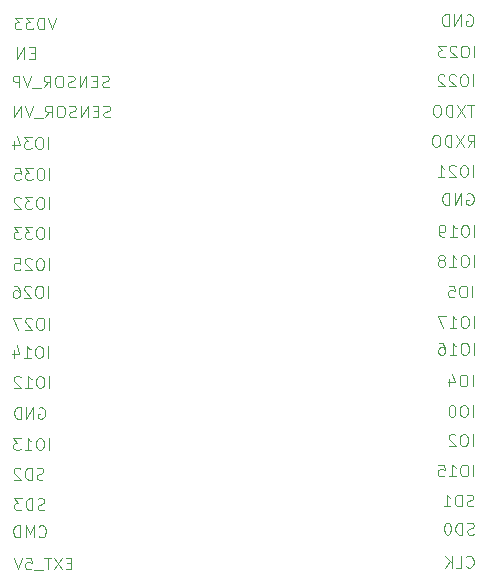
<source format=gbr>
%TF.GenerationSoftware,KiCad,Pcbnew,9.0.2*%
%TF.CreationDate,2025-07-05T23:34:38+05:30*%
%TF.ProjectId,_autosave-esp32devkitclone,5f617574-6f73-4617-9665-2d6573703332,rev?*%
%TF.SameCoordinates,Original*%
%TF.FileFunction,Legend,Bot*%
%TF.FilePolarity,Positive*%
%FSLAX46Y46*%
G04 Gerber Fmt 4.6, Leading zero omitted, Abs format (unit mm)*
G04 Created by KiCad (PCBNEW 9.0.2) date 2025-07-05 23:34:38*
%MOMM*%
%LPD*%
G01*
G04 APERTURE LIST*
%ADD10C,0.100000*%
G04 APERTURE END LIST*
D10*
X166896115Y-95212419D02*
X166896115Y-94212419D01*
X166229449Y-94212419D02*
X166038973Y-94212419D01*
X166038973Y-94212419D02*
X165943735Y-94260038D01*
X165943735Y-94260038D02*
X165848497Y-94355276D01*
X165848497Y-94355276D02*
X165800878Y-94545752D01*
X165800878Y-94545752D02*
X165800878Y-94879085D01*
X165800878Y-94879085D02*
X165848497Y-95069561D01*
X165848497Y-95069561D02*
X165943735Y-95164800D01*
X165943735Y-95164800D02*
X166038973Y-95212419D01*
X166038973Y-95212419D02*
X166229449Y-95212419D01*
X166229449Y-95212419D02*
X166324687Y-95164800D01*
X166324687Y-95164800D02*
X166419925Y-95069561D01*
X166419925Y-95069561D02*
X166467544Y-94879085D01*
X166467544Y-94879085D02*
X166467544Y-94545752D01*
X166467544Y-94545752D02*
X166419925Y-94355276D01*
X166419925Y-94355276D02*
X166324687Y-94260038D01*
X166324687Y-94260038D02*
X166229449Y-94212419D01*
X165467544Y-94212419D02*
X164848497Y-94212419D01*
X164848497Y-94212419D02*
X165181830Y-94593371D01*
X165181830Y-94593371D02*
X165038973Y-94593371D01*
X165038973Y-94593371D02*
X164943735Y-94640990D01*
X164943735Y-94640990D02*
X164896116Y-94688609D01*
X164896116Y-94688609D02*
X164848497Y-94783847D01*
X164848497Y-94783847D02*
X164848497Y-95021942D01*
X164848497Y-95021942D02*
X164896116Y-95117180D01*
X164896116Y-95117180D02*
X164943735Y-95164800D01*
X164943735Y-95164800D02*
X165038973Y-95212419D01*
X165038973Y-95212419D02*
X165324687Y-95212419D01*
X165324687Y-95212419D02*
X165419925Y-95164800D01*
X165419925Y-95164800D02*
X165467544Y-95117180D01*
X163991354Y-94545752D02*
X163991354Y-95212419D01*
X164229449Y-94164800D02*
X164467544Y-94879085D01*
X164467544Y-94879085D02*
X163848497Y-94879085D01*
X166976115Y-102852419D02*
X166976115Y-101852419D01*
X166309449Y-101852419D02*
X166118973Y-101852419D01*
X166118973Y-101852419D02*
X166023735Y-101900038D01*
X166023735Y-101900038D02*
X165928497Y-101995276D01*
X165928497Y-101995276D02*
X165880878Y-102185752D01*
X165880878Y-102185752D02*
X165880878Y-102519085D01*
X165880878Y-102519085D02*
X165928497Y-102709561D01*
X165928497Y-102709561D02*
X166023735Y-102804800D01*
X166023735Y-102804800D02*
X166118973Y-102852419D01*
X166118973Y-102852419D02*
X166309449Y-102852419D01*
X166309449Y-102852419D02*
X166404687Y-102804800D01*
X166404687Y-102804800D02*
X166499925Y-102709561D01*
X166499925Y-102709561D02*
X166547544Y-102519085D01*
X166547544Y-102519085D02*
X166547544Y-102185752D01*
X166547544Y-102185752D02*
X166499925Y-101995276D01*
X166499925Y-101995276D02*
X166404687Y-101900038D01*
X166404687Y-101900038D02*
X166309449Y-101852419D01*
X165547544Y-101852419D02*
X164928497Y-101852419D01*
X164928497Y-101852419D02*
X165261830Y-102233371D01*
X165261830Y-102233371D02*
X165118973Y-102233371D01*
X165118973Y-102233371D02*
X165023735Y-102280990D01*
X165023735Y-102280990D02*
X164976116Y-102328609D01*
X164976116Y-102328609D02*
X164928497Y-102423847D01*
X164928497Y-102423847D02*
X164928497Y-102661942D01*
X164928497Y-102661942D02*
X164976116Y-102757180D01*
X164976116Y-102757180D02*
X165023735Y-102804800D01*
X165023735Y-102804800D02*
X165118973Y-102852419D01*
X165118973Y-102852419D02*
X165404687Y-102852419D01*
X165404687Y-102852419D02*
X165499925Y-102804800D01*
X165499925Y-102804800D02*
X165547544Y-102757180D01*
X164595163Y-101852419D02*
X163976116Y-101852419D01*
X163976116Y-101852419D02*
X164309449Y-102233371D01*
X164309449Y-102233371D02*
X164166592Y-102233371D01*
X164166592Y-102233371D02*
X164071354Y-102280990D01*
X164071354Y-102280990D02*
X164023735Y-102328609D01*
X164023735Y-102328609D02*
X163976116Y-102423847D01*
X163976116Y-102423847D02*
X163976116Y-102661942D01*
X163976116Y-102661942D02*
X164023735Y-102757180D01*
X164023735Y-102757180D02*
X164071354Y-102804800D01*
X164071354Y-102804800D02*
X164166592Y-102852419D01*
X164166592Y-102852419D02*
X164452306Y-102852419D01*
X164452306Y-102852419D02*
X164547544Y-102804800D01*
X164547544Y-102804800D02*
X164595163Y-102757180D01*
X168826115Y-130298609D02*
X168492782Y-130298609D01*
X168349925Y-130822419D02*
X168826115Y-130822419D01*
X168826115Y-130822419D02*
X168826115Y-129822419D01*
X168826115Y-129822419D02*
X168349925Y-129822419D01*
X168016591Y-129822419D02*
X167349925Y-130822419D01*
X167349925Y-129822419D02*
X168016591Y-130822419D01*
X167111829Y-129822419D02*
X166540401Y-129822419D01*
X166826115Y-130822419D02*
X166826115Y-129822419D01*
X166445163Y-130917657D02*
X165683258Y-130917657D01*
X164968972Y-129822419D02*
X165445162Y-129822419D01*
X165445162Y-129822419D02*
X165492781Y-130298609D01*
X165492781Y-130298609D02*
X165445162Y-130250990D01*
X165445162Y-130250990D02*
X165349924Y-130203371D01*
X165349924Y-130203371D02*
X165111829Y-130203371D01*
X165111829Y-130203371D02*
X165016591Y-130250990D01*
X165016591Y-130250990D02*
X164968972Y-130298609D01*
X164968972Y-130298609D02*
X164921353Y-130393847D01*
X164921353Y-130393847D02*
X164921353Y-130631942D01*
X164921353Y-130631942D02*
X164968972Y-130727180D01*
X164968972Y-130727180D02*
X165016591Y-130774800D01*
X165016591Y-130774800D02*
X165111829Y-130822419D01*
X165111829Y-130822419D02*
X165349924Y-130822419D01*
X165349924Y-130822419D02*
X165445162Y-130774800D01*
X165445162Y-130774800D02*
X165492781Y-130727180D01*
X164635638Y-129822419D02*
X164302305Y-130822419D01*
X164302305Y-130822419D02*
X163968972Y-129822419D01*
X202332306Y-99020038D02*
X202427544Y-98972419D01*
X202427544Y-98972419D02*
X202570401Y-98972419D01*
X202570401Y-98972419D02*
X202713258Y-99020038D01*
X202713258Y-99020038D02*
X202808496Y-99115276D01*
X202808496Y-99115276D02*
X202856115Y-99210514D01*
X202856115Y-99210514D02*
X202903734Y-99400990D01*
X202903734Y-99400990D02*
X202903734Y-99543847D01*
X202903734Y-99543847D02*
X202856115Y-99734323D01*
X202856115Y-99734323D02*
X202808496Y-99829561D01*
X202808496Y-99829561D02*
X202713258Y-99924800D01*
X202713258Y-99924800D02*
X202570401Y-99972419D01*
X202570401Y-99972419D02*
X202475163Y-99972419D01*
X202475163Y-99972419D02*
X202332306Y-99924800D01*
X202332306Y-99924800D02*
X202284687Y-99877180D01*
X202284687Y-99877180D02*
X202284687Y-99543847D01*
X202284687Y-99543847D02*
X202475163Y-99543847D01*
X201856115Y-99972419D02*
X201856115Y-98972419D01*
X201856115Y-98972419D02*
X201284687Y-99972419D01*
X201284687Y-99972419D02*
X201284687Y-98972419D01*
X200808496Y-99972419D02*
X200808496Y-98972419D01*
X200808496Y-98972419D02*
X200570401Y-98972419D01*
X200570401Y-98972419D02*
X200427544Y-99020038D01*
X200427544Y-99020038D02*
X200332306Y-99115276D01*
X200332306Y-99115276D02*
X200284687Y-99210514D01*
X200284687Y-99210514D02*
X200237068Y-99400990D01*
X200237068Y-99400990D02*
X200237068Y-99543847D01*
X200237068Y-99543847D02*
X200284687Y-99734323D01*
X200284687Y-99734323D02*
X200332306Y-99829561D01*
X200332306Y-99829561D02*
X200427544Y-99924800D01*
X200427544Y-99924800D02*
X200570401Y-99972419D01*
X200570401Y-99972419D02*
X200808496Y-99972419D01*
X202906115Y-110372419D02*
X202906115Y-109372419D01*
X202239449Y-109372419D02*
X202048973Y-109372419D01*
X202048973Y-109372419D02*
X201953735Y-109420038D01*
X201953735Y-109420038D02*
X201858497Y-109515276D01*
X201858497Y-109515276D02*
X201810878Y-109705752D01*
X201810878Y-109705752D02*
X201810878Y-110039085D01*
X201810878Y-110039085D02*
X201858497Y-110229561D01*
X201858497Y-110229561D02*
X201953735Y-110324800D01*
X201953735Y-110324800D02*
X202048973Y-110372419D01*
X202048973Y-110372419D02*
X202239449Y-110372419D01*
X202239449Y-110372419D02*
X202334687Y-110324800D01*
X202334687Y-110324800D02*
X202429925Y-110229561D01*
X202429925Y-110229561D02*
X202477544Y-110039085D01*
X202477544Y-110039085D02*
X202477544Y-109705752D01*
X202477544Y-109705752D02*
X202429925Y-109515276D01*
X202429925Y-109515276D02*
X202334687Y-109420038D01*
X202334687Y-109420038D02*
X202239449Y-109372419D01*
X200858497Y-110372419D02*
X201429925Y-110372419D01*
X201144211Y-110372419D02*
X201144211Y-109372419D01*
X201144211Y-109372419D02*
X201239449Y-109515276D01*
X201239449Y-109515276D02*
X201334687Y-109610514D01*
X201334687Y-109610514D02*
X201429925Y-109658133D01*
X200525163Y-109372419D02*
X199858497Y-109372419D01*
X199858497Y-109372419D02*
X200287068Y-110372419D01*
X166473734Y-123184800D02*
X166330877Y-123232419D01*
X166330877Y-123232419D02*
X166092782Y-123232419D01*
X166092782Y-123232419D02*
X165997544Y-123184800D01*
X165997544Y-123184800D02*
X165949925Y-123137180D01*
X165949925Y-123137180D02*
X165902306Y-123041942D01*
X165902306Y-123041942D02*
X165902306Y-122946704D01*
X165902306Y-122946704D02*
X165949925Y-122851466D01*
X165949925Y-122851466D02*
X165997544Y-122803847D01*
X165997544Y-122803847D02*
X166092782Y-122756228D01*
X166092782Y-122756228D02*
X166283258Y-122708609D01*
X166283258Y-122708609D02*
X166378496Y-122660990D01*
X166378496Y-122660990D02*
X166426115Y-122613371D01*
X166426115Y-122613371D02*
X166473734Y-122518133D01*
X166473734Y-122518133D02*
X166473734Y-122422895D01*
X166473734Y-122422895D02*
X166426115Y-122327657D01*
X166426115Y-122327657D02*
X166378496Y-122280038D01*
X166378496Y-122280038D02*
X166283258Y-122232419D01*
X166283258Y-122232419D02*
X166045163Y-122232419D01*
X166045163Y-122232419D02*
X165902306Y-122280038D01*
X165473734Y-123232419D02*
X165473734Y-122232419D01*
X165473734Y-122232419D02*
X165235639Y-122232419D01*
X165235639Y-122232419D02*
X165092782Y-122280038D01*
X165092782Y-122280038D02*
X164997544Y-122375276D01*
X164997544Y-122375276D02*
X164949925Y-122470514D01*
X164949925Y-122470514D02*
X164902306Y-122660990D01*
X164902306Y-122660990D02*
X164902306Y-122803847D01*
X164902306Y-122803847D02*
X164949925Y-122994323D01*
X164949925Y-122994323D02*
X164997544Y-123089561D01*
X164997544Y-123089561D02*
X165092782Y-123184800D01*
X165092782Y-123184800D02*
X165235639Y-123232419D01*
X165235639Y-123232419D02*
X165473734Y-123232419D01*
X164521353Y-122327657D02*
X164473734Y-122280038D01*
X164473734Y-122280038D02*
X164378496Y-122232419D01*
X164378496Y-122232419D02*
X164140401Y-122232419D01*
X164140401Y-122232419D02*
X164045163Y-122280038D01*
X164045163Y-122280038D02*
X163997544Y-122327657D01*
X163997544Y-122327657D02*
X163949925Y-122422895D01*
X163949925Y-122422895D02*
X163949925Y-122518133D01*
X163949925Y-122518133D02*
X163997544Y-122660990D01*
X163997544Y-122660990D02*
X164568972Y-123232419D01*
X164568972Y-123232419D02*
X163949925Y-123232419D01*
X166966115Y-115462419D02*
X166966115Y-114462419D01*
X166299449Y-114462419D02*
X166108973Y-114462419D01*
X166108973Y-114462419D02*
X166013735Y-114510038D01*
X166013735Y-114510038D02*
X165918497Y-114605276D01*
X165918497Y-114605276D02*
X165870878Y-114795752D01*
X165870878Y-114795752D02*
X165870878Y-115129085D01*
X165870878Y-115129085D02*
X165918497Y-115319561D01*
X165918497Y-115319561D02*
X166013735Y-115414800D01*
X166013735Y-115414800D02*
X166108973Y-115462419D01*
X166108973Y-115462419D02*
X166299449Y-115462419D01*
X166299449Y-115462419D02*
X166394687Y-115414800D01*
X166394687Y-115414800D02*
X166489925Y-115319561D01*
X166489925Y-115319561D02*
X166537544Y-115129085D01*
X166537544Y-115129085D02*
X166537544Y-114795752D01*
X166537544Y-114795752D02*
X166489925Y-114605276D01*
X166489925Y-114605276D02*
X166394687Y-114510038D01*
X166394687Y-114510038D02*
X166299449Y-114462419D01*
X164918497Y-115462419D02*
X165489925Y-115462419D01*
X165204211Y-115462419D02*
X165204211Y-114462419D01*
X165204211Y-114462419D02*
X165299449Y-114605276D01*
X165299449Y-114605276D02*
X165394687Y-114700514D01*
X165394687Y-114700514D02*
X165489925Y-114748133D01*
X164537544Y-114557657D02*
X164489925Y-114510038D01*
X164489925Y-114510038D02*
X164394687Y-114462419D01*
X164394687Y-114462419D02*
X164156592Y-114462419D01*
X164156592Y-114462419D02*
X164061354Y-114510038D01*
X164061354Y-114510038D02*
X164013735Y-114557657D01*
X164013735Y-114557657D02*
X163966116Y-114652895D01*
X163966116Y-114652895D02*
X163966116Y-114748133D01*
X163966116Y-114748133D02*
X164013735Y-114890990D01*
X164013735Y-114890990D02*
X164585163Y-115462419D01*
X164585163Y-115462419D02*
X163966116Y-115462419D01*
X202274687Y-130577180D02*
X202322306Y-130624800D01*
X202322306Y-130624800D02*
X202465163Y-130672419D01*
X202465163Y-130672419D02*
X202560401Y-130672419D01*
X202560401Y-130672419D02*
X202703258Y-130624800D01*
X202703258Y-130624800D02*
X202798496Y-130529561D01*
X202798496Y-130529561D02*
X202846115Y-130434323D01*
X202846115Y-130434323D02*
X202893734Y-130243847D01*
X202893734Y-130243847D02*
X202893734Y-130100990D01*
X202893734Y-130100990D02*
X202846115Y-129910514D01*
X202846115Y-129910514D02*
X202798496Y-129815276D01*
X202798496Y-129815276D02*
X202703258Y-129720038D01*
X202703258Y-129720038D02*
X202560401Y-129672419D01*
X202560401Y-129672419D02*
X202465163Y-129672419D01*
X202465163Y-129672419D02*
X202322306Y-129720038D01*
X202322306Y-129720038D02*
X202274687Y-129767657D01*
X201369925Y-130672419D02*
X201846115Y-130672419D01*
X201846115Y-130672419D02*
X201846115Y-129672419D01*
X201036591Y-130672419D02*
X201036591Y-129672419D01*
X200465163Y-130672419D02*
X200893734Y-130100990D01*
X200465163Y-129672419D02*
X201036591Y-130243847D01*
X166072306Y-117140038D02*
X166167544Y-117092419D01*
X166167544Y-117092419D02*
X166310401Y-117092419D01*
X166310401Y-117092419D02*
X166453258Y-117140038D01*
X166453258Y-117140038D02*
X166548496Y-117235276D01*
X166548496Y-117235276D02*
X166596115Y-117330514D01*
X166596115Y-117330514D02*
X166643734Y-117520990D01*
X166643734Y-117520990D02*
X166643734Y-117663847D01*
X166643734Y-117663847D02*
X166596115Y-117854323D01*
X166596115Y-117854323D02*
X166548496Y-117949561D01*
X166548496Y-117949561D02*
X166453258Y-118044800D01*
X166453258Y-118044800D02*
X166310401Y-118092419D01*
X166310401Y-118092419D02*
X166215163Y-118092419D01*
X166215163Y-118092419D02*
X166072306Y-118044800D01*
X166072306Y-118044800D02*
X166024687Y-117997180D01*
X166024687Y-117997180D02*
X166024687Y-117663847D01*
X166024687Y-117663847D02*
X166215163Y-117663847D01*
X165596115Y-118092419D02*
X165596115Y-117092419D01*
X165596115Y-117092419D02*
X165024687Y-118092419D01*
X165024687Y-118092419D02*
X165024687Y-117092419D01*
X164548496Y-118092419D02*
X164548496Y-117092419D01*
X164548496Y-117092419D02*
X164310401Y-117092419D01*
X164310401Y-117092419D02*
X164167544Y-117140038D01*
X164167544Y-117140038D02*
X164072306Y-117235276D01*
X164072306Y-117235276D02*
X164024687Y-117330514D01*
X164024687Y-117330514D02*
X163977068Y-117520990D01*
X163977068Y-117520990D02*
X163977068Y-117663847D01*
X163977068Y-117663847D02*
X164024687Y-117854323D01*
X164024687Y-117854323D02*
X164072306Y-117949561D01*
X164072306Y-117949561D02*
X164167544Y-118044800D01*
X164167544Y-118044800D02*
X164310401Y-118092419D01*
X164310401Y-118092419D02*
X164548496Y-118092419D01*
X202866115Y-122952419D02*
X202866115Y-121952419D01*
X202199449Y-121952419D02*
X202008973Y-121952419D01*
X202008973Y-121952419D02*
X201913735Y-122000038D01*
X201913735Y-122000038D02*
X201818497Y-122095276D01*
X201818497Y-122095276D02*
X201770878Y-122285752D01*
X201770878Y-122285752D02*
X201770878Y-122619085D01*
X201770878Y-122619085D02*
X201818497Y-122809561D01*
X201818497Y-122809561D02*
X201913735Y-122904800D01*
X201913735Y-122904800D02*
X202008973Y-122952419D01*
X202008973Y-122952419D02*
X202199449Y-122952419D01*
X202199449Y-122952419D02*
X202294687Y-122904800D01*
X202294687Y-122904800D02*
X202389925Y-122809561D01*
X202389925Y-122809561D02*
X202437544Y-122619085D01*
X202437544Y-122619085D02*
X202437544Y-122285752D01*
X202437544Y-122285752D02*
X202389925Y-122095276D01*
X202389925Y-122095276D02*
X202294687Y-122000038D01*
X202294687Y-122000038D02*
X202199449Y-121952419D01*
X200818497Y-122952419D02*
X201389925Y-122952419D01*
X201104211Y-122952419D02*
X201104211Y-121952419D01*
X201104211Y-121952419D02*
X201199449Y-122095276D01*
X201199449Y-122095276D02*
X201294687Y-122190514D01*
X201294687Y-122190514D02*
X201389925Y-122238133D01*
X199913735Y-121952419D02*
X200389925Y-121952419D01*
X200389925Y-121952419D02*
X200437544Y-122428609D01*
X200437544Y-122428609D02*
X200389925Y-122380990D01*
X200389925Y-122380990D02*
X200294687Y-122333371D01*
X200294687Y-122333371D02*
X200056592Y-122333371D01*
X200056592Y-122333371D02*
X199961354Y-122380990D01*
X199961354Y-122380990D02*
X199913735Y-122428609D01*
X199913735Y-122428609D02*
X199866116Y-122523847D01*
X199866116Y-122523847D02*
X199866116Y-122761942D01*
X199866116Y-122761942D02*
X199913735Y-122857180D01*
X199913735Y-122857180D02*
X199961354Y-122904800D01*
X199961354Y-122904800D02*
X200056592Y-122952419D01*
X200056592Y-122952419D02*
X200294687Y-122952419D01*
X200294687Y-122952419D02*
X200389925Y-122904800D01*
X200389925Y-122904800D02*
X200437544Y-122857180D01*
X166976115Y-100292419D02*
X166976115Y-99292419D01*
X166309449Y-99292419D02*
X166118973Y-99292419D01*
X166118973Y-99292419D02*
X166023735Y-99340038D01*
X166023735Y-99340038D02*
X165928497Y-99435276D01*
X165928497Y-99435276D02*
X165880878Y-99625752D01*
X165880878Y-99625752D02*
X165880878Y-99959085D01*
X165880878Y-99959085D02*
X165928497Y-100149561D01*
X165928497Y-100149561D02*
X166023735Y-100244800D01*
X166023735Y-100244800D02*
X166118973Y-100292419D01*
X166118973Y-100292419D02*
X166309449Y-100292419D01*
X166309449Y-100292419D02*
X166404687Y-100244800D01*
X166404687Y-100244800D02*
X166499925Y-100149561D01*
X166499925Y-100149561D02*
X166547544Y-99959085D01*
X166547544Y-99959085D02*
X166547544Y-99625752D01*
X166547544Y-99625752D02*
X166499925Y-99435276D01*
X166499925Y-99435276D02*
X166404687Y-99340038D01*
X166404687Y-99340038D02*
X166309449Y-99292419D01*
X165547544Y-99292419D02*
X164928497Y-99292419D01*
X164928497Y-99292419D02*
X165261830Y-99673371D01*
X165261830Y-99673371D02*
X165118973Y-99673371D01*
X165118973Y-99673371D02*
X165023735Y-99720990D01*
X165023735Y-99720990D02*
X164976116Y-99768609D01*
X164976116Y-99768609D02*
X164928497Y-99863847D01*
X164928497Y-99863847D02*
X164928497Y-100101942D01*
X164928497Y-100101942D02*
X164976116Y-100197180D01*
X164976116Y-100197180D02*
X165023735Y-100244800D01*
X165023735Y-100244800D02*
X165118973Y-100292419D01*
X165118973Y-100292419D02*
X165404687Y-100292419D01*
X165404687Y-100292419D02*
X165499925Y-100244800D01*
X165499925Y-100244800D02*
X165547544Y-100197180D01*
X164547544Y-99387657D02*
X164499925Y-99340038D01*
X164499925Y-99340038D02*
X164404687Y-99292419D01*
X164404687Y-99292419D02*
X164166592Y-99292419D01*
X164166592Y-99292419D02*
X164071354Y-99340038D01*
X164071354Y-99340038D02*
X164023735Y-99387657D01*
X164023735Y-99387657D02*
X163976116Y-99482895D01*
X163976116Y-99482895D02*
X163976116Y-99578133D01*
X163976116Y-99578133D02*
X164023735Y-99720990D01*
X164023735Y-99720990D02*
X164595163Y-100292419D01*
X164595163Y-100292419D02*
X163976116Y-100292419D01*
X202806115Y-115332419D02*
X202806115Y-114332419D01*
X202139449Y-114332419D02*
X201948973Y-114332419D01*
X201948973Y-114332419D02*
X201853735Y-114380038D01*
X201853735Y-114380038D02*
X201758497Y-114475276D01*
X201758497Y-114475276D02*
X201710878Y-114665752D01*
X201710878Y-114665752D02*
X201710878Y-114999085D01*
X201710878Y-114999085D02*
X201758497Y-115189561D01*
X201758497Y-115189561D02*
X201853735Y-115284800D01*
X201853735Y-115284800D02*
X201948973Y-115332419D01*
X201948973Y-115332419D02*
X202139449Y-115332419D01*
X202139449Y-115332419D02*
X202234687Y-115284800D01*
X202234687Y-115284800D02*
X202329925Y-115189561D01*
X202329925Y-115189561D02*
X202377544Y-114999085D01*
X202377544Y-114999085D02*
X202377544Y-114665752D01*
X202377544Y-114665752D02*
X202329925Y-114475276D01*
X202329925Y-114475276D02*
X202234687Y-114380038D01*
X202234687Y-114380038D02*
X202139449Y-114332419D01*
X200853735Y-114665752D02*
X200853735Y-115332419D01*
X201091830Y-114284800D02*
X201329925Y-114999085D01*
X201329925Y-114999085D02*
X200710878Y-114999085D01*
X202826115Y-117922419D02*
X202826115Y-116922419D01*
X202159449Y-116922419D02*
X201968973Y-116922419D01*
X201968973Y-116922419D02*
X201873735Y-116970038D01*
X201873735Y-116970038D02*
X201778497Y-117065276D01*
X201778497Y-117065276D02*
X201730878Y-117255752D01*
X201730878Y-117255752D02*
X201730878Y-117589085D01*
X201730878Y-117589085D02*
X201778497Y-117779561D01*
X201778497Y-117779561D02*
X201873735Y-117874800D01*
X201873735Y-117874800D02*
X201968973Y-117922419D01*
X201968973Y-117922419D02*
X202159449Y-117922419D01*
X202159449Y-117922419D02*
X202254687Y-117874800D01*
X202254687Y-117874800D02*
X202349925Y-117779561D01*
X202349925Y-117779561D02*
X202397544Y-117589085D01*
X202397544Y-117589085D02*
X202397544Y-117255752D01*
X202397544Y-117255752D02*
X202349925Y-117065276D01*
X202349925Y-117065276D02*
X202254687Y-116970038D01*
X202254687Y-116970038D02*
X202159449Y-116922419D01*
X201111830Y-116922419D02*
X201016592Y-116922419D01*
X201016592Y-116922419D02*
X200921354Y-116970038D01*
X200921354Y-116970038D02*
X200873735Y-117017657D01*
X200873735Y-117017657D02*
X200826116Y-117112895D01*
X200826116Y-117112895D02*
X200778497Y-117303371D01*
X200778497Y-117303371D02*
X200778497Y-117541466D01*
X200778497Y-117541466D02*
X200826116Y-117731942D01*
X200826116Y-117731942D02*
X200873735Y-117827180D01*
X200873735Y-117827180D02*
X200921354Y-117874800D01*
X200921354Y-117874800D02*
X201016592Y-117922419D01*
X201016592Y-117922419D02*
X201111830Y-117922419D01*
X201111830Y-117922419D02*
X201207068Y-117874800D01*
X201207068Y-117874800D02*
X201254687Y-117827180D01*
X201254687Y-117827180D02*
X201302306Y-117731942D01*
X201302306Y-117731942D02*
X201349925Y-117541466D01*
X201349925Y-117541466D02*
X201349925Y-117303371D01*
X201349925Y-117303371D02*
X201302306Y-117112895D01*
X201302306Y-117112895D02*
X201254687Y-117017657D01*
X201254687Y-117017657D02*
X201207068Y-116970038D01*
X201207068Y-116970038D02*
X201111830Y-116922419D01*
X202846115Y-97602419D02*
X202846115Y-96602419D01*
X202179449Y-96602419D02*
X201988973Y-96602419D01*
X201988973Y-96602419D02*
X201893735Y-96650038D01*
X201893735Y-96650038D02*
X201798497Y-96745276D01*
X201798497Y-96745276D02*
X201750878Y-96935752D01*
X201750878Y-96935752D02*
X201750878Y-97269085D01*
X201750878Y-97269085D02*
X201798497Y-97459561D01*
X201798497Y-97459561D02*
X201893735Y-97554800D01*
X201893735Y-97554800D02*
X201988973Y-97602419D01*
X201988973Y-97602419D02*
X202179449Y-97602419D01*
X202179449Y-97602419D02*
X202274687Y-97554800D01*
X202274687Y-97554800D02*
X202369925Y-97459561D01*
X202369925Y-97459561D02*
X202417544Y-97269085D01*
X202417544Y-97269085D02*
X202417544Y-96935752D01*
X202417544Y-96935752D02*
X202369925Y-96745276D01*
X202369925Y-96745276D02*
X202274687Y-96650038D01*
X202274687Y-96650038D02*
X202179449Y-96602419D01*
X201369925Y-96697657D02*
X201322306Y-96650038D01*
X201322306Y-96650038D02*
X201227068Y-96602419D01*
X201227068Y-96602419D02*
X200988973Y-96602419D01*
X200988973Y-96602419D02*
X200893735Y-96650038D01*
X200893735Y-96650038D02*
X200846116Y-96697657D01*
X200846116Y-96697657D02*
X200798497Y-96792895D01*
X200798497Y-96792895D02*
X200798497Y-96888133D01*
X200798497Y-96888133D02*
X200846116Y-97030990D01*
X200846116Y-97030990D02*
X201417544Y-97602419D01*
X201417544Y-97602419D02*
X200798497Y-97602419D01*
X199846116Y-97602419D02*
X200417544Y-97602419D01*
X200131830Y-97602419D02*
X200131830Y-96602419D01*
X200131830Y-96602419D02*
X200227068Y-96745276D01*
X200227068Y-96745276D02*
X200322306Y-96840514D01*
X200322306Y-96840514D02*
X200417544Y-96888133D01*
X172013734Y-89964800D02*
X171870877Y-90012419D01*
X171870877Y-90012419D02*
X171632782Y-90012419D01*
X171632782Y-90012419D02*
X171537544Y-89964800D01*
X171537544Y-89964800D02*
X171489925Y-89917180D01*
X171489925Y-89917180D02*
X171442306Y-89821942D01*
X171442306Y-89821942D02*
X171442306Y-89726704D01*
X171442306Y-89726704D02*
X171489925Y-89631466D01*
X171489925Y-89631466D02*
X171537544Y-89583847D01*
X171537544Y-89583847D02*
X171632782Y-89536228D01*
X171632782Y-89536228D02*
X171823258Y-89488609D01*
X171823258Y-89488609D02*
X171918496Y-89440990D01*
X171918496Y-89440990D02*
X171966115Y-89393371D01*
X171966115Y-89393371D02*
X172013734Y-89298133D01*
X172013734Y-89298133D02*
X172013734Y-89202895D01*
X172013734Y-89202895D02*
X171966115Y-89107657D01*
X171966115Y-89107657D02*
X171918496Y-89060038D01*
X171918496Y-89060038D02*
X171823258Y-89012419D01*
X171823258Y-89012419D02*
X171585163Y-89012419D01*
X171585163Y-89012419D02*
X171442306Y-89060038D01*
X171013734Y-89488609D02*
X170680401Y-89488609D01*
X170537544Y-90012419D02*
X171013734Y-90012419D01*
X171013734Y-90012419D02*
X171013734Y-89012419D01*
X171013734Y-89012419D02*
X170537544Y-89012419D01*
X170108972Y-90012419D02*
X170108972Y-89012419D01*
X170108972Y-89012419D02*
X169537544Y-90012419D01*
X169537544Y-90012419D02*
X169537544Y-89012419D01*
X169108972Y-89964800D02*
X168966115Y-90012419D01*
X168966115Y-90012419D02*
X168728020Y-90012419D01*
X168728020Y-90012419D02*
X168632782Y-89964800D01*
X168632782Y-89964800D02*
X168585163Y-89917180D01*
X168585163Y-89917180D02*
X168537544Y-89821942D01*
X168537544Y-89821942D02*
X168537544Y-89726704D01*
X168537544Y-89726704D02*
X168585163Y-89631466D01*
X168585163Y-89631466D02*
X168632782Y-89583847D01*
X168632782Y-89583847D02*
X168728020Y-89536228D01*
X168728020Y-89536228D02*
X168918496Y-89488609D01*
X168918496Y-89488609D02*
X169013734Y-89440990D01*
X169013734Y-89440990D02*
X169061353Y-89393371D01*
X169061353Y-89393371D02*
X169108972Y-89298133D01*
X169108972Y-89298133D02*
X169108972Y-89202895D01*
X169108972Y-89202895D02*
X169061353Y-89107657D01*
X169061353Y-89107657D02*
X169013734Y-89060038D01*
X169013734Y-89060038D02*
X168918496Y-89012419D01*
X168918496Y-89012419D02*
X168680401Y-89012419D01*
X168680401Y-89012419D02*
X168537544Y-89060038D01*
X167918496Y-89012419D02*
X167728020Y-89012419D01*
X167728020Y-89012419D02*
X167632782Y-89060038D01*
X167632782Y-89060038D02*
X167537544Y-89155276D01*
X167537544Y-89155276D02*
X167489925Y-89345752D01*
X167489925Y-89345752D02*
X167489925Y-89679085D01*
X167489925Y-89679085D02*
X167537544Y-89869561D01*
X167537544Y-89869561D02*
X167632782Y-89964800D01*
X167632782Y-89964800D02*
X167728020Y-90012419D01*
X167728020Y-90012419D02*
X167918496Y-90012419D01*
X167918496Y-90012419D02*
X168013734Y-89964800D01*
X168013734Y-89964800D02*
X168108972Y-89869561D01*
X168108972Y-89869561D02*
X168156591Y-89679085D01*
X168156591Y-89679085D02*
X168156591Y-89345752D01*
X168156591Y-89345752D02*
X168108972Y-89155276D01*
X168108972Y-89155276D02*
X168013734Y-89060038D01*
X168013734Y-89060038D02*
X167918496Y-89012419D01*
X166489925Y-90012419D02*
X166823258Y-89536228D01*
X167061353Y-90012419D02*
X167061353Y-89012419D01*
X167061353Y-89012419D02*
X166680401Y-89012419D01*
X166680401Y-89012419D02*
X166585163Y-89060038D01*
X166585163Y-89060038D02*
X166537544Y-89107657D01*
X166537544Y-89107657D02*
X166489925Y-89202895D01*
X166489925Y-89202895D02*
X166489925Y-89345752D01*
X166489925Y-89345752D02*
X166537544Y-89440990D01*
X166537544Y-89440990D02*
X166585163Y-89488609D01*
X166585163Y-89488609D02*
X166680401Y-89536228D01*
X166680401Y-89536228D02*
X167061353Y-89536228D01*
X166299449Y-90107657D02*
X165537544Y-90107657D01*
X165442305Y-89012419D02*
X165108972Y-90012419D01*
X165108972Y-90012419D02*
X164775639Y-89012419D01*
X164442305Y-90012419D02*
X164442305Y-89012419D01*
X164442305Y-89012419D02*
X164061353Y-89012419D01*
X164061353Y-89012419D02*
X163966115Y-89060038D01*
X163966115Y-89060038D02*
X163918496Y-89107657D01*
X163918496Y-89107657D02*
X163870877Y-89202895D01*
X163870877Y-89202895D02*
X163870877Y-89345752D01*
X163870877Y-89345752D02*
X163918496Y-89440990D01*
X163918496Y-89440990D02*
X163966115Y-89488609D01*
X163966115Y-89488609D02*
X164061353Y-89536228D01*
X164061353Y-89536228D02*
X164442305Y-89536228D01*
X166976115Y-110522419D02*
X166976115Y-109522419D01*
X166309449Y-109522419D02*
X166118973Y-109522419D01*
X166118973Y-109522419D02*
X166023735Y-109570038D01*
X166023735Y-109570038D02*
X165928497Y-109665276D01*
X165928497Y-109665276D02*
X165880878Y-109855752D01*
X165880878Y-109855752D02*
X165880878Y-110189085D01*
X165880878Y-110189085D02*
X165928497Y-110379561D01*
X165928497Y-110379561D02*
X166023735Y-110474800D01*
X166023735Y-110474800D02*
X166118973Y-110522419D01*
X166118973Y-110522419D02*
X166309449Y-110522419D01*
X166309449Y-110522419D02*
X166404687Y-110474800D01*
X166404687Y-110474800D02*
X166499925Y-110379561D01*
X166499925Y-110379561D02*
X166547544Y-110189085D01*
X166547544Y-110189085D02*
X166547544Y-109855752D01*
X166547544Y-109855752D02*
X166499925Y-109665276D01*
X166499925Y-109665276D02*
X166404687Y-109570038D01*
X166404687Y-109570038D02*
X166309449Y-109522419D01*
X165499925Y-109617657D02*
X165452306Y-109570038D01*
X165452306Y-109570038D02*
X165357068Y-109522419D01*
X165357068Y-109522419D02*
X165118973Y-109522419D01*
X165118973Y-109522419D02*
X165023735Y-109570038D01*
X165023735Y-109570038D02*
X164976116Y-109617657D01*
X164976116Y-109617657D02*
X164928497Y-109712895D01*
X164928497Y-109712895D02*
X164928497Y-109808133D01*
X164928497Y-109808133D02*
X164976116Y-109950990D01*
X164976116Y-109950990D02*
X165547544Y-110522419D01*
X165547544Y-110522419D02*
X164928497Y-110522419D01*
X164595163Y-109522419D02*
X163928497Y-109522419D01*
X163928497Y-109522419D02*
X164357068Y-110522419D01*
X165746115Y-87078609D02*
X165412782Y-87078609D01*
X165269925Y-87602419D02*
X165746115Y-87602419D01*
X165746115Y-87602419D02*
X165746115Y-86602419D01*
X165746115Y-86602419D02*
X165269925Y-86602419D01*
X164841353Y-87602419D02*
X164841353Y-86602419D01*
X164841353Y-86602419D02*
X164269925Y-87602419D01*
X164269925Y-87602419D02*
X164269925Y-86602419D01*
X202826115Y-120392419D02*
X202826115Y-119392419D01*
X202159449Y-119392419D02*
X201968973Y-119392419D01*
X201968973Y-119392419D02*
X201873735Y-119440038D01*
X201873735Y-119440038D02*
X201778497Y-119535276D01*
X201778497Y-119535276D02*
X201730878Y-119725752D01*
X201730878Y-119725752D02*
X201730878Y-120059085D01*
X201730878Y-120059085D02*
X201778497Y-120249561D01*
X201778497Y-120249561D02*
X201873735Y-120344800D01*
X201873735Y-120344800D02*
X201968973Y-120392419D01*
X201968973Y-120392419D02*
X202159449Y-120392419D01*
X202159449Y-120392419D02*
X202254687Y-120344800D01*
X202254687Y-120344800D02*
X202349925Y-120249561D01*
X202349925Y-120249561D02*
X202397544Y-120059085D01*
X202397544Y-120059085D02*
X202397544Y-119725752D01*
X202397544Y-119725752D02*
X202349925Y-119535276D01*
X202349925Y-119535276D02*
X202254687Y-119440038D01*
X202254687Y-119440038D02*
X202159449Y-119392419D01*
X201349925Y-119487657D02*
X201302306Y-119440038D01*
X201302306Y-119440038D02*
X201207068Y-119392419D01*
X201207068Y-119392419D02*
X200968973Y-119392419D01*
X200968973Y-119392419D02*
X200873735Y-119440038D01*
X200873735Y-119440038D02*
X200826116Y-119487657D01*
X200826116Y-119487657D02*
X200778497Y-119582895D01*
X200778497Y-119582895D02*
X200778497Y-119678133D01*
X200778497Y-119678133D02*
X200826116Y-119820990D01*
X200826116Y-119820990D02*
X201397544Y-120392419D01*
X201397544Y-120392419D02*
X200778497Y-120392419D01*
X166936115Y-120702419D02*
X166936115Y-119702419D01*
X166269449Y-119702419D02*
X166078973Y-119702419D01*
X166078973Y-119702419D02*
X165983735Y-119750038D01*
X165983735Y-119750038D02*
X165888497Y-119845276D01*
X165888497Y-119845276D02*
X165840878Y-120035752D01*
X165840878Y-120035752D02*
X165840878Y-120369085D01*
X165840878Y-120369085D02*
X165888497Y-120559561D01*
X165888497Y-120559561D02*
X165983735Y-120654800D01*
X165983735Y-120654800D02*
X166078973Y-120702419D01*
X166078973Y-120702419D02*
X166269449Y-120702419D01*
X166269449Y-120702419D02*
X166364687Y-120654800D01*
X166364687Y-120654800D02*
X166459925Y-120559561D01*
X166459925Y-120559561D02*
X166507544Y-120369085D01*
X166507544Y-120369085D02*
X166507544Y-120035752D01*
X166507544Y-120035752D02*
X166459925Y-119845276D01*
X166459925Y-119845276D02*
X166364687Y-119750038D01*
X166364687Y-119750038D02*
X166269449Y-119702419D01*
X164888497Y-120702419D02*
X165459925Y-120702419D01*
X165174211Y-120702419D02*
X165174211Y-119702419D01*
X165174211Y-119702419D02*
X165269449Y-119845276D01*
X165269449Y-119845276D02*
X165364687Y-119940514D01*
X165364687Y-119940514D02*
X165459925Y-119988133D01*
X164555163Y-119702419D02*
X163936116Y-119702419D01*
X163936116Y-119702419D02*
X164269449Y-120083371D01*
X164269449Y-120083371D02*
X164126592Y-120083371D01*
X164126592Y-120083371D02*
X164031354Y-120130990D01*
X164031354Y-120130990D02*
X163983735Y-120178609D01*
X163983735Y-120178609D02*
X163936116Y-120273847D01*
X163936116Y-120273847D02*
X163936116Y-120511942D01*
X163936116Y-120511942D02*
X163983735Y-120607180D01*
X163983735Y-120607180D02*
X164031354Y-120654800D01*
X164031354Y-120654800D02*
X164126592Y-120702419D01*
X164126592Y-120702419D02*
X164412306Y-120702419D01*
X164412306Y-120702419D02*
X164507544Y-120654800D01*
X164507544Y-120654800D02*
X164555163Y-120607180D01*
X167508972Y-84112419D02*
X167175639Y-85112419D01*
X167175639Y-85112419D02*
X166842306Y-84112419D01*
X166508972Y-85112419D02*
X166508972Y-84112419D01*
X166508972Y-84112419D02*
X166270877Y-84112419D01*
X166270877Y-84112419D02*
X166128020Y-84160038D01*
X166128020Y-84160038D02*
X166032782Y-84255276D01*
X166032782Y-84255276D02*
X165985163Y-84350514D01*
X165985163Y-84350514D02*
X165937544Y-84540990D01*
X165937544Y-84540990D02*
X165937544Y-84683847D01*
X165937544Y-84683847D02*
X165985163Y-84874323D01*
X165985163Y-84874323D02*
X166032782Y-84969561D01*
X166032782Y-84969561D02*
X166128020Y-85064800D01*
X166128020Y-85064800D02*
X166270877Y-85112419D01*
X166270877Y-85112419D02*
X166508972Y-85112419D01*
X165604210Y-84112419D02*
X164985163Y-84112419D01*
X164985163Y-84112419D02*
X165318496Y-84493371D01*
X165318496Y-84493371D02*
X165175639Y-84493371D01*
X165175639Y-84493371D02*
X165080401Y-84540990D01*
X165080401Y-84540990D02*
X165032782Y-84588609D01*
X165032782Y-84588609D02*
X164985163Y-84683847D01*
X164985163Y-84683847D02*
X164985163Y-84921942D01*
X164985163Y-84921942D02*
X165032782Y-85017180D01*
X165032782Y-85017180D02*
X165080401Y-85064800D01*
X165080401Y-85064800D02*
X165175639Y-85112419D01*
X165175639Y-85112419D02*
X165461353Y-85112419D01*
X165461353Y-85112419D02*
X165556591Y-85064800D01*
X165556591Y-85064800D02*
X165604210Y-85017180D01*
X164651829Y-84112419D02*
X164032782Y-84112419D01*
X164032782Y-84112419D02*
X164366115Y-84493371D01*
X164366115Y-84493371D02*
X164223258Y-84493371D01*
X164223258Y-84493371D02*
X164128020Y-84540990D01*
X164128020Y-84540990D02*
X164080401Y-84588609D01*
X164080401Y-84588609D02*
X164032782Y-84683847D01*
X164032782Y-84683847D02*
X164032782Y-84921942D01*
X164032782Y-84921942D02*
X164080401Y-85017180D01*
X164080401Y-85017180D02*
X164128020Y-85064800D01*
X164128020Y-85064800D02*
X164223258Y-85112419D01*
X164223258Y-85112419D02*
X164508972Y-85112419D01*
X164508972Y-85112419D02*
X164604210Y-85064800D01*
X164604210Y-85064800D02*
X164651829Y-85017180D01*
X166886115Y-107822419D02*
X166886115Y-106822419D01*
X166219449Y-106822419D02*
X166028973Y-106822419D01*
X166028973Y-106822419D02*
X165933735Y-106870038D01*
X165933735Y-106870038D02*
X165838497Y-106965276D01*
X165838497Y-106965276D02*
X165790878Y-107155752D01*
X165790878Y-107155752D02*
X165790878Y-107489085D01*
X165790878Y-107489085D02*
X165838497Y-107679561D01*
X165838497Y-107679561D02*
X165933735Y-107774800D01*
X165933735Y-107774800D02*
X166028973Y-107822419D01*
X166028973Y-107822419D02*
X166219449Y-107822419D01*
X166219449Y-107822419D02*
X166314687Y-107774800D01*
X166314687Y-107774800D02*
X166409925Y-107679561D01*
X166409925Y-107679561D02*
X166457544Y-107489085D01*
X166457544Y-107489085D02*
X166457544Y-107155752D01*
X166457544Y-107155752D02*
X166409925Y-106965276D01*
X166409925Y-106965276D02*
X166314687Y-106870038D01*
X166314687Y-106870038D02*
X166219449Y-106822419D01*
X165409925Y-106917657D02*
X165362306Y-106870038D01*
X165362306Y-106870038D02*
X165267068Y-106822419D01*
X165267068Y-106822419D02*
X165028973Y-106822419D01*
X165028973Y-106822419D02*
X164933735Y-106870038D01*
X164933735Y-106870038D02*
X164886116Y-106917657D01*
X164886116Y-106917657D02*
X164838497Y-107012895D01*
X164838497Y-107012895D02*
X164838497Y-107108133D01*
X164838497Y-107108133D02*
X164886116Y-107250990D01*
X164886116Y-107250990D02*
X165457544Y-107822419D01*
X165457544Y-107822419D02*
X164838497Y-107822419D01*
X163981354Y-106822419D02*
X164171830Y-106822419D01*
X164171830Y-106822419D02*
X164267068Y-106870038D01*
X164267068Y-106870038D02*
X164314687Y-106917657D01*
X164314687Y-106917657D02*
X164409925Y-107060514D01*
X164409925Y-107060514D02*
X164457544Y-107250990D01*
X164457544Y-107250990D02*
X164457544Y-107631942D01*
X164457544Y-107631942D02*
X164409925Y-107727180D01*
X164409925Y-107727180D02*
X164362306Y-107774800D01*
X164362306Y-107774800D02*
X164267068Y-107822419D01*
X164267068Y-107822419D02*
X164076592Y-107822419D01*
X164076592Y-107822419D02*
X163981354Y-107774800D01*
X163981354Y-107774800D02*
X163933735Y-107727180D01*
X163933735Y-107727180D02*
X163886116Y-107631942D01*
X163886116Y-107631942D02*
X163886116Y-107393847D01*
X163886116Y-107393847D02*
X163933735Y-107298609D01*
X163933735Y-107298609D02*
X163981354Y-107250990D01*
X163981354Y-107250990D02*
X164076592Y-107203371D01*
X164076592Y-107203371D02*
X164267068Y-107203371D01*
X164267068Y-107203371D02*
X164362306Y-107250990D01*
X164362306Y-107250990D02*
X164409925Y-107298609D01*
X164409925Y-107298609D02*
X164457544Y-107393847D01*
X172123734Y-92504800D02*
X171980877Y-92552419D01*
X171980877Y-92552419D02*
X171742782Y-92552419D01*
X171742782Y-92552419D02*
X171647544Y-92504800D01*
X171647544Y-92504800D02*
X171599925Y-92457180D01*
X171599925Y-92457180D02*
X171552306Y-92361942D01*
X171552306Y-92361942D02*
X171552306Y-92266704D01*
X171552306Y-92266704D02*
X171599925Y-92171466D01*
X171599925Y-92171466D02*
X171647544Y-92123847D01*
X171647544Y-92123847D02*
X171742782Y-92076228D01*
X171742782Y-92076228D02*
X171933258Y-92028609D01*
X171933258Y-92028609D02*
X172028496Y-91980990D01*
X172028496Y-91980990D02*
X172076115Y-91933371D01*
X172076115Y-91933371D02*
X172123734Y-91838133D01*
X172123734Y-91838133D02*
X172123734Y-91742895D01*
X172123734Y-91742895D02*
X172076115Y-91647657D01*
X172076115Y-91647657D02*
X172028496Y-91600038D01*
X172028496Y-91600038D02*
X171933258Y-91552419D01*
X171933258Y-91552419D02*
X171695163Y-91552419D01*
X171695163Y-91552419D02*
X171552306Y-91600038D01*
X171123734Y-92028609D02*
X170790401Y-92028609D01*
X170647544Y-92552419D02*
X171123734Y-92552419D01*
X171123734Y-92552419D02*
X171123734Y-91552419D01*
X171123734Y-91552419D02*
X170647544Y-91552419D01*
X170218972Y-92552419D02*
X170218972Y-91552419D01*
X170218972Y-91552419D02*
X169647544Y-92552419D01*
X169647544Y-92552419D02*
X169647544Y-91552419D01*
X169218972Y-92504800D02*
X169076115Y-92552419D01*
X169076115Y-92552419D02*
X168838020Y-92552419D01*
X168838020Y-92552419D02*
X168742782Y-92504800D01*
X168742782Y-92504800D02*
X168695163Y-92457180D01*
X168695163Y-92457180D02*
X168647544Y-92361942D01*
X168647544Y-92361942D02*
X168647544Y-92266704D01*
X168647544Y-92266704D02*
X168695163Y-92171466D01*
X168695163Y-92171466D02*
X168742782Y-92123847D01*
X168742782Y-92123847D02*
X168838020Y-92076228D01*
X168838020Y-92076228D02*
X169028496Y-92028609D01*
X169028496Y-92028609D02*
X169123734Y-91980990D01*
X169123734Y-91980990D02*
X169171353Y-91933371D01*
X169171353Y-91933371D02*
X169218972Y-91838133D01*
X169218972Y-91838133D02*
X169218972Y-91742895D01*
X169218972Y-91742895D02*
X169171353Y-91647657D01*
X169171353Y-91647657D02*
X169123734Y-91600038D01*
X169123734Y-91600038D02*
X169028496Y-91552419D01*
X169028496Y-91552419D02*
X168790401Y-91552419D01*
X168790401Y-91552419D02*
X168647544Y-91600038D01*
X168028496Y-91552419D02*
X167838020Y-91552419D01*
X167838020Y-91552419D02*
X167742782Y-91600038D01*
X167742782Y-91600038D02*
X167647544Y-91695276D01*
X167647544Y-91695276D02*
X167599925Y-91885752D01*
X167599925Y-91885752D02*
X167599925Y-92219085D01*
X167599925Y-92219085D02*
X167647544Y-92409561D01*
X167647544Y-92409561D02*
X167742782Y-92504800D01*
X167742782Y-92504800D02*
X167838020Y-92552419D01*
X167838020Y-92552419D02*
X168028496Y-92552419D01*
X168028496Y-92552419D02*
X168123734Y-92504800D01*
X168123734Y-92504800D02*
X168218972Y-92409561D01*
X168218972Y-92409561D02*
X168266591Y-92219085D01*
X168266591Y-92219085D02*
X168266591Y-91885752D01*
X168266591Y-91885752D02*
X168218972Y-91695276D01*
X168218972Y-91695276D02*
X168123734Y-91600038D01*
X168123734Y-91600038D02*
X168028496Y-91552419D01*
X166599925Y-92552419D02*
X166933258Y-92076228D01*
X167171353Y-92552419D02*
X167171353Y-91552419D01*
X167171353Y-91552419D02*
X166790401Y-91552419D01*
X166790401Y-91552419D02*
X166695163Y-91600038D01*
X166695163Y-91600038D02*
X166647544Y-91647657D01*
X166647544Y-91647657D02*
X166599925Y-91742895D01*
X166599925Y-91742895D02*
X166599925Y-91885752D01*
X166599925Y-91885752D02*
X166647544Y-91980990D01*
X166647544Y-91980990D02*
X166695163Y-92028609D01*
X166695163Y-92028609D02*
X166790401Y-92076228D01*
X166790401Y-92076228D02*
X167171353Y-92076228D01*
X166409449Y-92647657D02*
X165647544Y-92647657D01*
X165552305Y-91552419D02*
X165218972Y-92552419D01*
X165218972Y-92552419D02*
X164885639Y-91552419D01*
X164552305Y-92552419D02*
X164552305Y-91552419D01*
X164552305Y-91552419D02*
X163980877Y-92552419D01*
X163980877Y-92552419D02*
X163980877Y-91552419D01*
X202846115Y-89922419D02*
X202846115Y-88922419D01*
X202179449Y-88922419D02*
X201988973Y-88922419D01*
X201988973Y-88922419D02*
X201893735Y-88970038D01*
X201893735Y-88970038D02*
X201798497Y-89065276D01*
X201798497Y-89065276D02*
X201750878Y-89255752D01*
X201750878Y-89255752D02*
X201750878Y-89589085D01*
X201750878Y-89589085D02*
X201798497Y-89779561D01*
X201798497Y-89779561D02*
X201893735Y-89874800D01*
X201893735Y-89874800D02*
X201988973Y-89922419D01*
X201988973Y-89922419D02*
X202179449Y-89922419D01*
X202179449Y-89922419D02*
X202274687Y-89874800D01*
X202274687Y-89874800D02*
X202369925Y-89779561D01*
X202369925Y-89779561D02*
X202417544Y-89589085D01*
X202417544Y-89589085D02*
X202417544Y-89255752D01*
X202417544Y-89255752D02*
X202369925Y-89065276D01*
X202369925Y-89065276D02*
X202274687Y-88970038D01*
X202274687Y-88970038D02*
X202179449Y-88922419D01*
X201369925Y-89017657D02*
X201322306Y-88970038D01*
X201322306Y-88970038D02*
X201227068Y-88922419D01*
X201227068Y-88922419D02*
X200988973Y-88922419D01*
X200988973Y-88922419D02*
X200893735Y-88970038D01*
X200893735Y-88970038D02*
X200846116Y-89017657D01*
X200846116Y-89017657D02*
X200798497Y-89112895D01*
X200798497Y-89112895D02*
X200798497Y-89208133D01*
X200798497Y-89208133D02*
X200846116Y-89350990D01*
X200846116Y-89350990D02*
X201417544Y-89922419D01*
X201417544Y-89922419D02*
X200798497Y-89922419D01*
X200417544Y-89017657D02*
X200369925Y-88970038D01*
X200369925Y-88970038D02*
X200274687Y-88922419D01*
X200274687Y-88922419D02*
X200036592Y-88922419D01*
X200036592Y-88922419D02*
X199941354Y-88970038D01*
X199941354Y-88970038D02*
X199893735Y-89017657D01*
X199893735Y-89017657D02*
X199846116Y-89112895D01*
X199846116Y-89112895D02*
X199846116Y-89208133D01*
X199846116Y-89208133D02*
X199893735Y-89350990D01*
X199893735Y-89350990D02*
X200465163Y-89922419D01*
X200465163Y-89922419D02*
X199846116Y-89922419D01*
X202923734Y-127834800D02*
X202780877Y-127882419D01*
X202780877Y-127882419D02*
X202542782Y-127882419D01*
X202542782Y-127882419D02*
X202447544Y-127834800D01*
X202447544Y-127834800D02*
X202399925Y-127787180D01*
X202399925Y-127787180D02*
X202352306Y-127691942D01*
X202352306Y-127691942D02*
X202352306Y-127596704D01*
X202352306Y-127596704D02*
X202399925Y-127501466D01*
X202399925Y-127501466D02*
X202447544Y-127453847D01*
X202447544Y-127453847D02*
X202542782Y-127406228D01*
X202542782Y-127406228D02*
X202733258Y-127358609D01*
X202733258Y-127358609D02*
X202828496Y-127310990D01*
X202828496Y-127310990D02*
X202876115Y-127263371D01*
X202876115Y-127263371D02*
X202923734Y-127168133D01*
X202923734Y-127168133D02*
X202923734Y-127072895D01*
X202923734Y-127072895D02*
X202876115Y-126977657D01*
X202876115Y-126977657D02*
X202828496Y-126930038D01*
X202828496Y-126930038D02*
X202733258Y-126882419D01*
X202733258Y-126882419D02*
X202495163Y-126882419D01*
X202495163Y-126882419D02*
X202352306Y-126930038D01*
X201923734Y-127882419D02*
X201923734Y-126882419D01*
X201923734Y-126882419D02*
X201685639Y-126882419D01*
X201685639Y-126882419D02*
X201542782Y-126930038D01*
X201542782Y-126930038D02*
X201447544Y-127025276D01*
X201447544Y-127025276D02*
X201399925Y-127120514D01*
X201399925Y-127120514D02*
X201352306Y-127310990D01*
X201352306Y-127310990D02*
X201352306Y-127453847D01*
X201352306Y-127453847D02*
X201399925Y-127644323D01*
X201399925Y-127644323D02*
X201447544Y-127739561D01*
X201447544Y-127739561D02*
X201542782Y-127834800D01*
X201542782Y-127834800D02*
X201685639Y-127882419D01*
X201685639Y-127882419D02*
X201923734Y-127882419D01*
X200733258Y-126882419D02*
X200638020Y-126882419D01*
X200638020Y-126882419D02*
X200542782Y-126930038D01*
X200542782Y-126930038D02*
X200495163Y-126977657D01*
X200495163Y-126977657D02*
X200447544Y-127072895D01*
X200447544Y-127072895D02*
X200399925Y-127263371D01*
X200399925Y-127263371D02*
X200399925Y-127501466D01*
X200399925Y-127501466D02*
X200447544Y-127691942D01*
X200447544Y-127691942D02*
X200495163Y-127787180D01*
X200495163Y-127787180D02*
X200542782Y-127834800D01*
X200542782Y-127834800D02*
X200638020Y-127882419D01*
X200638020Y-127882419D02*
X200733258Y-127882419D01*
X200733258Y-127882419D02*
X200828496Y-127834800D01*
X200828496Y-127834800D02*
X200876115Y-127787180D01*
X200876115Y-127787180D02*
X200923734Y-127691942D01*
X200923734Y-127691942D02*
X200971353Y-127501466D01*
X200971353Y-127501466D02*
X200971353Y-127263371D01*
X200971353Y-127263371D02*
X200923734Y-127072895D01*
X200923734Y-127072895D02*
X200876115Y-126977657D01*
X200876115Y-126977657D02*
X200828496Y-126930038D01*
X200828496Y-126930038D02*
X200733258Y-126882419D01*
X202394687Y-95042419D02*
X202728020Y-94566228D01*
X202966115Y-95042419D02*
X202966115Y-94042419D01*
X202966115Y-94042419D02*
X202585163Y-94042419D01*
X202585163Y-94042419D02*
X202489925Y-94090038D01*
X202489925Y-94090038D02*
X202442306Y-94137657D01*
X202442306Y-94137657D02*
X202394687Y-94232895D01*
X202394687Y-94232895D02*
X202394687Y-94375752D01*
X202394687Y-94375752D02*
X202442306Y-94470990D01*
X202442306Y-94470990D02*
X202489925Y-94518609D01*
X202489925Y-94518609D02*
X202585163Y-94566228D01*
X202585163Y-94566228D02*
X202966115Y-94566228D01*
X202061353Y-94042419D02*
X201394687Y-95042419D01*
X201394687Y-94042419D02*
X202061353Y-95042419D01*
X201013734Y-95042419D02*
X201013734Y-94042419D01*
X201013734Y-94042419D02*
X200775639Y-94042419D01*
X200775639Y-94042419D02*
X200632782Y-94090038D01*
X200632782Y-94090038D02*
X200537544Y-94185276D01*
X200537544Y-94185276D02*
X200489925Y-94280514D01*
X200489925Y-94280514D02*
X200442306Y-94470990D01*
X200442306Y-94470990D02*
X200442306Y-94613847D01*
X200442306Y-94613847D02*
X200489925Y-94804323D01*
X200489925Y-94804323D02*
X200537544Y-94899561D01*
X200537544Y-94899561D02*
X200632782Y-94994800D01*
X200632782Y-94994800D02*
X200775639Y-95042419D01*
X200775639Y-95042419D02*
X201013734Y-95042419D01*
X199823258Y-94042419D02*
X199632782Y-94042419D01*
X199632782Y-94042419D02*
X199537544Y-94090038D01*
X199537544Y-94090038D02*
X199442306Y-94185276D01*
X199442306Y-94185276D02*
X199394687Y-94375752D01*
X199394687Y-94375752D02*
X199394687Y-94709085D01*
X199394687Y-94709085D02*
X199442306Y-94899561D01*
X199442306Y-94899561D02*
X199537544Y-94994800D01*
X199537544Y-94994800D02*
X199632782Y-95042419D01*
X199632782Y-95042419D02*
X199823258Y-95042419D01*
X199823258Y-95042419D02*
X199918496Y-94994800D01*
X199918496Y-94994800D02*
X200013734Y-94899561D01*
X200013734Y-94899561D02*
X200061353Y-94709085D01*
X200061353Y-94709085D02*
X200061353Y-94375752D01*
X200061353Y-94375752D02*
X200013734Y-94185276D01*
X200013734Y-94185276D02*
X199918496Y-94090038D01*
X199918496Y-94090038D02*
X199823258Y-94042419D01*
X166986115Y-97842419D02*
X166986115Y-96842419D01*
X166319449Y-96842419D02*
X166128973Y-96842419D01*
X166128973Y-96842419D02*
X166033735Y-96890038D01*
X166033735Y-96890038D02*
X165938497Y-96985276D01*
X165938497Y-96985276D02*
X165890878Y-97175752D01*
X165890878Y-97175752D02*
X165890878Y-97509085D01*
X165890878Y-97509085D02*
X165938497Y-97699561D01*
X165938497Y-97699561D02*
X166033735Y-97794800D01*
X166033735Y-97794800D02*
X166128973Y-97842419D01*
X166128973Y-97842419D02*
X166319449Y-97842419D01*
X166319449Y-97842419D02*
X166414687Y-97794800D01*
X166414687Y-97794800D02*
X166509925Y-97699561D01*
X166509925Y-97699561D02*
X166557544Y-97509085D01*
X166557544Y-97509085D02*
X166557544Y-97175752D01*
X166557544Y-97175752D02*
X166509925Y-96985276D01*
X166509925Y-96985276D02*
X166414687Y-96890038D01*
X166414687Y-96890038D02*
X166319449Y-96842419D01*
X165557544Y-96842419D02*
X164938497Y-96842419D01*
X164938497Y-96842419D02*
X165271830Y-97223371D01*
X165271830Y-97223371D02*
X165128973Y-97223371D01*
X165128973Y-97223371D02*
X165033735Y-97270990D01*
X165033735Y-97270990D02*
X164986116Y-97318609D01*
X164986116Y-97318609D02*
X164938497Y-97413847D01*
X164938497Y-97413847D02*
X164938497Y-97651942D01*
X164938497Y-97651942D02*
X164986116Y-97747180D01*
X164986116Y-97747180D02*
X165033735Y-97794800D01*
X165033735Y-97794800D02*
X165128973Y-97842419D01*
X165128973Y-97842419D02*
X165414687Y-97842419D01*
X165414687Y-97842419D02*
X165509925Y-97794800D01*
X165509925Y-97794800D02*
X165557544Y-97747180D01*
X164033735Y-96842419D02*
X164509925Y-96842419D01*
X164509925Y-96842419D02*
X164557544Y-97318609D01*
X164557544Y-97318609D02*
X164509925Y-97270990D01*
X164509925Y-97270990D02*
X164414687Y-97223371D01*
X164414687Y-97223371D02*
X164176592Y-97223371D01*
X164176592Y-97223371D02*
X164081354Y-97270990D01*
X164081354Y-97270990D02*
X164033735Y-97318609D01*
X164033735Y-97318609D02*
X163986116Y-97413847D01*
X163986116Y-97413847D02*
X163986116Y-97651942D01*
X163986116Y-97651942D02*
X164033735Y-97747180D01*
X164033735Y-97747180D02*
X164081354Y-97794800D01*
X164081354Y-97794800D02*
X164176592Y-97842419D01*
X164176592Y-97842419D02*
X164414687Y-97842419D01*
X164414687Y-97842419D02*
X164509925Y-97794800D01*
X164509925Y-97794800D02*
X164557544Y-97747180D01*
X166876115Y-112912419D02*
X166876115Y-111912419D01*
X166209449Y-111912419D02*
X166018973Y-111912419D01*
X166018973Y-111912419D02*
X165923735Y-111960038D01*
X165923735Y-111960038D02*
X165828497Y-112055276D01*
X165828497Y-112055276D02*
X165780878Y-112245752D01*
X165780878Y-112245752D02*
X165780878Y-112579085D01*
X165780878Y-112579085D02*
X165828497Y-112769561D01*
X165828497Y-112769561D02*
X165923735Y-112864800D01*
X165923735Y-112864800D02*
X166018973Y-112912419D01*
X166018973Y-112912419D02*
X166209449Y-112912419D01*
X166209449Y-112912419D02*
X166304687Y-112864800D01*
X166304687Y-112864800D02*
X166399925Y-112769561D01*
X166399925Y-112769561D02*
X166447544Y-112579085D01*
X166447544Y-112579085D02*
X166447544Y-112245752D01*
X166447544Y-112245752D02*
X166399925Y-112055276D01*
X166399925Y-112055276D02*
X166304687Y-111960038D01*
X166304687Y-111960038D02*
X166209449Y-111912419D01*
X164828497Y-112912419D02*
X165399925Y-112912419D01*
X165114211Y-112912419D02*
X165114211Y-111912419D01*
X165114211Y-111912419D02*
X165209449Y-112055276D01*
X165209449Y-112055276D02*
X165304687Y-112150514D01*
X165304687Y-112150514D02*
X165399925Y-112198133D01*
X163971354Y-112245752D02*
X163971354Y-112912419D01*
X164209449Y-111864800D02*
X164447544Y-112579085D01*
X164447544Y-112579085D02*
X163828497Y-112579085D01*
X202906115Y-112652419D02*
X202906115Y-111652419D01*
X202239449Y-111652419D02*
X202048973Y-111652419D01*
X202048973Y-111652419D02*
X201953735Y-111700038D01*
X201953735Y-111700038D02*
X201858497Y-111795276D01*
X201858497Y-111795276D02*
X201810878Y-111985752D01*
X201810878Y-111985752D02*
X201810878Y-112319085D01*
X201810878Y-112319085D02*
X201858497Y-112509561D01*
X201858497Y-112509561D02*
X201953735Y-112604800D01*
X201953735Y-112604800D02*
X202048973Y-112652419D01*
X202048973Y-112652419D02*
X202239449Y-112652419D01*
X202239449Y-112652419D02*
X202334687Y-112604800D01*
X202334687Y-112604800D02*
X202429925Y-112509561D01*
X202429925Y-112509561D02*
X202477544Y-112319085D01*
X202477544Y-112319085D02*
X202477544Y-111985752D01*
X202477544Y-111985752D02*
X202429925Y-111795276D01*
X202429925Y-111795276D02*
X202334687Y-111700038D01*
X202334687Y-111700038D02*
X202239449Y-111652419D01*
X200858497Y-112652419D02*
X201429925Y-112652419D01*
X201144211Y-112652419D02*
X201144211Y-111652419D01*
X201144211Y-111652419D02*
X201239449Y-111795276D01*
X201239449Y-111795276D02*
X201334687Y-111890514D01*
X201334687Y-111890514D02*
X201429925Y-111938133D01*
X200001354Y-111652419D02*
X200191830Y-111652419D01*
X200191830Y-111652419D02*
X200287068Y-111700038D01*
X200287068Y-111700038D02*
X200334687Y-111747657D01*
X200334687Y-111747657D02*
X200429925Y-111890514D01*
X200429925Y-111890514D02*
X200477544Y-112080990D01*
X200477544Y-112080990D02*
X200477544Y-112461942D01*
X200477544Y-112461942D02*
X200429925Y-112557180D01*
X200429925Y-112557180D02*
X200382306Y-112604800D01*
X200382306Y-112604800D02*
X200287068Y-112652419D01*
X200287068Y-112652419D02*
X200096592Y-112652419D01*
X200096592Y-112652419D02*
X200001354Y-112604800D01*
X200001354Y-112604800D02*
X199953735Y-112557180D01*
X199953735Y-112557180D02*
X199906116Y-112461942D01*
X199906116Y-112461942D02*
X199906116Y-112223847D01*
X199906116Y-112223847D02*
X199953735Y-112128609D01*
X199953735Y-112128609D02*
X200001354Y-112080990D01*
X200001354Y-112080990D02*
X200096592Y-112033371D01*
X200096592Y-112033371D02*
X200287068Y-112033371D01*
X200287068Y-112033371D02*
X200382306Y-112080990D01*
X200382306Y-112080990D02*
X200429925Y-112128609D01*
X200429925Y-112128609D02*
X200477544Y-112223847D01*
X202948972Y-91482419D02*
X202377544Y-91482419D01*
X202663258Y-92482419D02*
X202663258Y-91482419D01*
X202139448Y-91482419D02*
X201472782Y-92482419D01*
X201472782Y-91482419D02*
X202139448Y-92482419D01*
X201091829Y-92482419D02*
X201091829Y-91482419D01*
X201091829Y-91482419D02*
X200853734Y-91482419D01*
X200853734Y-91482419D02*
X200710877Y-91530038D01*
X200710877Y-91530038D02*
X200615639Y-91625276D01*
X200615639Y-91625276D02*
X200568020Y-91720514D01*
X200568020Y-91720514D02*
X200520401Y-91910990D01*
X200520401Y-91910990D02*
X200520401Y-92053847D01*
X200520401Y-92053847D02*
X200568020Y-92244323D01*
X200568020Y-92244323D02*
X200615639Y-92339561D01*
X200615639Y-92339561D02*
X200710877Y-92434800D01*
X200710877Y-92434800D02*
X200853734Y-92482419D01*
X200853734Y-92482419D02*
X201091829Y-92482419D01*
X199901353Y-91482419D02*
X199710877Y-91482419D01*
X199710877Y-91482419D02*
X199615639Y-91530038D01*
X199615639Y-91530038D02*
X199520401Y-91625276D01*
X199520401Y-91625276D02*
X199472782Y-91815752D01*
X199472782Y-91815752D02*
X199472782Y-92149085D01*
X199472782Y-92149085D02*
X199520401Y-92339561D01*
X199520401Y-92339561D02*
X199615639Y-92434800D01*
X199615639Y-92434800D02*
X199710877Y-92482419D01*
X199710877Y-92482419D02*
X199901353Y-92482419D01*
X199901353Y-92482419D02*
X199996591Y-92434800D01*
X199996591Y-92434800D02*
X200091829Y-92339561D01*
X200091829Y-92339561D02*
X200139448Y-92149085D01*
X200139448Y-92149085D02*
X200139448Y-91815752D01*
X200139448Y-91815752D02*
X200091829Y-91625276D01*
X200091829Y-91625276D02*
X199996591Y-91530038D01*
X199996591Y-91530038D02*
X199901353Y-91482419D01*
X202896115Y-105222419D02*
X202896115Y-104222419D01*
X202229449Y-104222419D02*
X202038973Y-104222419D01*
X202038973Y-104222419D02*
X201943735Y-104270038D01*
X201943735Y-104270038D02*
X201848497Y-104365276D01*
X201848497Y-104365276D02*
X201800878Y-104555752D01*
X201800878Y-104555752D02*
X201800878Y-104889085D01*
X201800878Y-104889085D02*
X201848497Y-105079561D01*
X201848497Y-105079561D02*
X201943735Y-105174800D01*
X201943735Y-105174800D02*
X202038973Y-105222419D01*
X202038973Y-105222419D02*
X202229449Y-105222419D01*
X202229449Y-105222419D02*
X202324687Y-105174800D01*
X202324687Y-105174800D02*
X202419925Y-105079561D01*
X202419925Y-105079561D02*
X202467544Y-104889085D01*
X202467544Y-104889085D02*
X202467544Y-104555752D01*
X202467544Y-104555752D02*
X202419925Y-104365276D01*
X202419925Y-104365276D02*
X202324687Y-104270038D01*
X202324687Y-104270038D02*
X202229449Y-104222419D01*
X200848497Y-105222419D02*
X201419925Y-105222419D01*
X201134211Y-105222419D02*
X201134211Y-104222419D01*
X201134211Y-104222419D02*
X201229449Y-104365276D01*
X201229449Y-104365276D02*
X201324687Y-104460514D01*
X201324687Y-104460514D02*
X201419925Y-104508133D01*
X200277068Y-104650990D02*
X200372306Y-104603371D01*
X200372306Y-104603371D02*
X200419925Y-104555752D01*
X200419925Y-104555752D02*
X200467544Y-104460514D01*
X200467544Y-104460514D02*
X200467544Y-104412895D01*
X200467544Y-104412895D02*
X200419925Y-104317657D01*
X200419925Y-104317657D02*
X200372306Y-104270038D01*
X200372306Y-104270038D02*
X200277068Y-104222419D01*
X200277068Y-104222419D02*
X200086592Y-104222419D01*
X200086592Y-104222419D02*
X199991354Y-104270038D01*
X199991354Y-104270038D02*
X199943735Y-104317657D01*
X199943735Y-104317657D02*
X199896116Y-104412895D01*
X199896116Y-104412895D02*
X199896116Y-104460514D01*
X199896116Y-104460514D02*
X199943735Y-104555752D01*
X199943735Y-104555752D02*
X199991354Y-104603371D01*
X199991354Y-104603371D02*
X200086592Y-104650990D01*
X200086592Y-104650990D02*
X200277068Y-104650990D01*
X200277068Y-104650990D02*
X200372306Y-104698609D01*
X200372306Y-104698609D02*
X200419925Y-104746228D01*
X200419925Y-104746228D02*
X200467544Y-104841466D01*
X200467544Y-104841466D02*
X200467544Y-105031942D01*
X200467544Y-105031942D02*
X200419925Y-105127180D01*
X200419925Y-105127180D02*
X200372306Y-105174800D01*
X200372306Y-105174800D02*
X200277068Y-105222419D01*
X200277068Y-105222419D02*
X200086592Y-105222419D01*
X200086592Y-105222419D02*
X199991354Y-105174800D01*
X199991354Y-105174800D02*
X199943735Y-105127180D01*
X199943735Y-105127180D02*
X199896116Y-105031942D01*
X199896116Y-105031942D02*
X199896116Y-104841466D01*
X199896116Y-104841466D02*
X199943735Y-104746228D01*
X199943735Y-104746228D02*
X199991354Y-104698609D01*
X199991354Y-104698609D02*
X200086592Y-104650990D01*
X202926115Y-102652419D02*
X202926115Y-101652419D01*
X202259449Y-101652419D02*
X202068973Y-101652419D01*
X202068973Y-101652419D02*
X201973735Y-101700038D01*
X201973735Y-101700038D02*
X201878497Y-101795276D01*
X201878497Y-101795276D02*
X201830878Y-101985752D01*
X201830878Y-101985752D02*
X201830878Y-102319085D01*
X201830878Y-102319085D02*
X201878497Y-102509561D01*
X201878497Y-102509561D02*
X201973735Y-102604800D01*
X201973735Y-102604800D02*
X202068973Y-102652419D01*
X202068973Y-102652419D02*
X202259449Y-102652419D01*
X202259449Y-102652419D02*
X202354687Y-102604800D01*
X202354687Y-102604800D02*
X202449925Y-102509561D01*
X202449925Y-102509561D02*
X202497544Y-102319085D01*
X202497544Y-102319085D02*
X202497544Y-101985752D01*
X202497544Y-101985752D02*
X202449925Y-101795276D01*
X202449925Y-101795276D02*
X202354687Y-101700038D01*
X202354687Y-101700038D02*
X202259449Y-101652419D01*
X200878497Y-102652419D02*
X201449925Y-102652419D01*
X201164211Y-102652419D02*
X201164211Y-101652419D01*
X201164211Y-101652419D02*
X201259449Y-101795276D01*
X201259449Y-101795276D02*
X201354687Y-101890514D01*
X201354687Y-101890514D02*
X201449925Y-101938133D01*
X200402306Y-102652419D02*
X200211830Y-102652419D01*
X200211830Y-102652419D02*
X200116592Y-102604800D01*
X200116592Y-102604800D02*
X200068973Y-102557180D01*
X200068973Y-102557180D02*
X199973735Y-102414323D01*
X199973735Y-102414323D02*
X199926116Y-102223847D01*
X199926116Y-102223847D02*
X199926116Y-101842895D01*
X199926116Y-101842895D02*
X199973735Y-101747657D01*
X199973735Y-101747657D02*
X200021354Y-101700038D01*
X200021354Y-101700038D02*
X200116592Y-101652419D01*
X200116592Y-101652419D02*
X200307068Y-101652419D01*
X200307068Y-101652419D02*
X200402306Y-101700038D01*
X200402306Y-101700038D02*
X200449925Y-101747657D01*
X200449925Y-101747657D02*
X200497544Y-101842895D01*
X200497544Y-101842895D02*
X200497544Y-102080990D01*
X200497544Y-102080990D02*
X200449925Y-102176228D01*
X200449925Y-102176228D02*
X200402306Y-102223847D01*
X200402306Y-102223847D02*
X200307068Y-102271466D01*
X200307068Y-102271466D02*
X200116592Y-102271466D01*
X200116592Y-102271466D02*
X200021354Y-102223847D01*
X200021354Y-102223847D02*
X199973735Y-102176228D01*
X199973735Y-102176228D02*
X199926116Y-102080990D01*
X166064687Y-128007180D02*
X166112306Y-128054800D01*
X166112306Y-128054800D02*
X166255163Y-128102419D01*
X166255163Y-128102419D02*
X166350401Y-128102419D01*
X166350401Y-128102419D02*
X166493258Y-128054800D01*
X166493258Y-128054800D02*
X166588496Y-127959561D01*
X166588496Y-127959561D02*
X166636115Y-127864323D01*
X166636115Y-127864323D02*
X166683734Y-127673847D01*
X166683734Y-127673847D02*
X166683734Y-127530990D01*
X166683734Y-127530990D02*
X166636115Y-127340514D01*
X166636115Y-127340514D02*
X166588496Y-127245276D01*
X166588496Y-127245276D02*
X166493258Y-127150038D01*
X166493258Y-127150038D02*
X166350401Y-127102419D01*
X166350401Y-127102419D02*
X166255163Y-127102419D01*
X166255163Y-127102419D02*
X166112306Y-127150038D01*
X166112306Y-127150038D02*
X166064687Y-127197657D01*
X165636115Y-128102419D02*
X165636115Y-127102419D01*
X165636115Y-127102419D02*
X165302782Y-127816704D01*
X165302782Y-127816704D02*
X164969449Y-127102419D01*
X164969449Y-127102419D02*
X164969449Y-128102419D01*
X164493258Y-128102419D02*
X164493258Y-127102419D01*
X164493258Y-127102419D02*
X164255163Y-127102419D01*
X164255163Y-127102419D02*
X164112306Y-127150038D01*
X164112306Y-127150038D02*
X164017068Y-127245276D01*
X164017068Y-127245276D02*
X163969449Y-127340514D01*
X163969449Y-127340514D02*
X163921830Y-127530990D01*
X163921830Y-127530990D02*
X163921830Y-127673847D01*
X163921830Y-127673847D02*
X163969449Y-127864323D01*
X163969449Y-127864323D02*
X164017068Y-127959561D01*
X164017068Y-127959561D02*
X164112306Y-128054800D01*
X164112306Y-128054800D02*
X164255163Y-128102419D01*
X164255163Y-128102419D02*
X164493258Y-128102419D01*
X202873734Y-125444800D02*
X202730877Y-125492419D01*
X202730877Y-125492419D02*
X202492782Y-125492419D01*
X202492782Y-125492419D02*
X202397544Y-125444800D01*
X202397544Y-125444800D02*
X202349925Y-125397180D01*
X202349925Y-125397180D02*
X202302306Y-125301942D01*
X202302306Y-125301942D02*
X202302306Y-125206704D01*
X202302306Y-125206704D02*
X202349925Y-125111466D01*
X202349925Y-125111466D02*
X202397544Y-125063847D01*
X202397544Y-125063847D02*
X202492782Y-125016228D01*
X202492782Y-125016228D02*
X202683258Y-124968609D01*
X202683258Y-124968609D02*
X202778496Y-124920990D01*
X202778496Y-124920990D02*
X202826115Y-124873371D01*
X202826115Y-124873371D02*
X202873734Y-124778133D01*
X202873734Y-124778133D02*
X202873734Y-124682895D01*
X202873734Y-124682895D02*
X202826115Y-124587657D01*
X202826115Y-124587657D02*
X202778496Y-124540038D01*
X202778496Y-124540038D02*
X202683258Y-124492419D01*
X202683258Y-124492419D02*
X202445163Y-124492419D01*
X202445163Y-124492419D02*
X202302306Y-124540038D01*
X201873734Y-125492419D02*
X201873734Y-124492419D01*
X201873734Y-124492419D02*
X201635639Y-124492419D01*
X201635639Y-124492419D02*
X201492782Y-124540038D01*
X201492782Y-124540038D02*
X201397544Y-124635276D01*
X201397544Y-124635276D02*
X201349925Y-124730514D01*
X201349925Y-124730514D02*
X201302306Y-124920990D01*
X201302306Y-124920990D02*
X201302306Y-125063847D01*
X201302306Y-125063847D02*
X201349925Y-125254323D01*
X201349925Y-125254323D02*
X201397544Y-125349561D01*
X201397544Y-125349561D02*
X201492782Y-125444800D01*
X201492782Y-125444800D02*
X201635639Y-125492419D01*
X201635639Y-125492419D02*
X201873734Y-125492419D01*
X200349925Y-125492419D02*
X200921353Y-125492419D01*
X200635639Y-125492419D02*
X200635639Y-124492419D01*
X200635639Y-124492419D02*
X200730877Y-124635276D01*
X200730877Y-124635276D02*
X200826115Y-124730514D01*
X200826115Y-124730514D02*
X200921353Y-124778133D01*
X202302306Y-83880038D02*
X202397544Y-83832419D01*
X202397544Y-83832419D02*
X202540401Y-83832419D01*
X202540401Y-83832419D02*
X202683258Y-83880038D01*
X202683258Y-83880038D02*
X202778496Y-83975276D01*
X202778496Y-83975276D02*
X202826115Y-84070514D01*
X202826115Y-84070514D02*
X202873734Y-84260990D01*
X202873734Y-84260990D02*
X202873734Y-84403847D01*
X202873734Y-84403847D02*
X202826115Y-84594323D01*
X202826115Y-84594323D02*
X202778496Y-84689561D01*
X202778496Y-84689561D02*
X202683258Y-84784800D01*
X202683258Y-84784800D02*
X202540401Y-84832419D01*
X202540401Y-84832419D02*
X202445163Y-84832419D01*
X202445163Y-84832419D02*
X202302306Y-84784800D01*
X202302306Y-84784800D02*
X202254687Y-84737180D01*
X202254687Y-84737180D02*
X202254687Y-84403847D01*
X202254687Y-84403847D02*
X202445163Y-84403847D01*
X201826115Y-84832419D02*
X201826115Y-83832419D01*
X201826115Y-83832419D02*
X201254687Y-84832419D01*
X201254687Y-84832419D02*
X201254687Y-83832419D01*
X200778496Y-84832419D02*
X200778496Y-83832419D01*
X200778496Y-83832419D02*
X200540401Y-83832419D01*
X200540401Y-83832419D02*
X200397544Y-83880038D01*
X200397544Y-83880038D02*
X200302306Y-83975276D01*
X200302306Y-83975276D02*
X200254687Y-84070514D01*
X200254687Y-84070514D02*
X200207068Y-84260990D01*
X200207068Y-84260990D02*
X200207068Y-84403847D01*
X200207068Y-84403847D02*
X200254687Y-84594323D01*
X200254687Y-84594323D02*
X200302306Y-84689561D01*
X200302306Y-84689561D02*
X200397544Y-84784800D01*
X200397544Y-84784800D02*
X200540401Y-84832419D01*
X200540401Y-84832419D02*
X200778496Y-84832419D01*
X166946115Y-105492419D02*
X166946115Y-104492419D01*
X166279449Y-104492419D02*
X166088973Y-104492419D01*
X166088973Y-104492419D02*
X165993735Y-104540038D01*
X165993735Y-104540038D02*
X165898497Y-104635276D01*
X165898497Y-104635276D02*
X165850878Y-104825752D01*
X165850878Y-104825752D02*
X165850878Y-105159085D01*
X165850878Y-105159085D02*
X165898497Y-105349561D01*
X165898497Y-105349561D02*
X165993735Y-105444800D01*
X165993735Y-105444800D02*
X166088973Y-105492419D01*
X166088973Y-105492419D02*
X166279449Y-105492419D01*
X166279449Y-105492419D02*
X166374687Y-105444800D01*
X166374687Y-105444800D02*
X166469925Y-105349561D01*
X166469925Y-105349561D02*
X166517544Y-105159085D01*
X166517544Y-105159085D02*
X166517544Y-104825752D01*
X166517544Y-104825752D02*
X166469925Y-104635276D01*
X166469925Y-104635276D02*
X166374687Y-104540038D01*
X166374687Y-104540038D02*
X166279449Y-104492419D01*
X165469925Y-104587657D02*
X165422306Y-104540038D01*
X165422306Y-104540038D02*
X165327068Y-104492419D01*
X165327068Y-104492419D02*
X165088973Y-104492419D01*
X165088973Y-104492419D02*
X164993735Y-104540038D01*
X164993735Y-104540038D02*
X164946116Y-104587657D01*
X164946116Y-104587657D02*
X164898497Y-104682895D01*
X164898497Y-104682895D02*
X164898497Y-104778133D01*
X164898497Y-104778133D02*
X164946116Y-104920990D01*
X164946116Y-104920990D02*
X165517544Y-105492419D01*
X165517544Y-105492419D02*
X164898497Y-105492419D01*
X163993735Y-104492419D02*
X164469925Y-104492419D01*
X164469925Y-104492419D02*
X164517544Y-104968609D01*
X164517544Y-104968609D02*
X164469925Y-104920990D01*
X164469925Y-104920990D02*
X164374687Y-104873371D01*
X164374687Y-104873371D02*
X164136592Y-104873371D01*
X164136592Y-104873371D02*
X164041354Y-104920990D01*
X164041354Y-104920990D02*
X163993735Y-104968609D01*
X163993735Y-104968609D02*
X163946116Y-105063847D01*
X163946116Y-105063847D02*
X163946116Y-105301942D01*
X163946116Y-105301942D02*
X163993735Y-105397180D01*
X163993735Y-105397180D02*
X164041354Y-105444800D01*
X164041354Y-105444800D02*
X164136592Y-105492419D01*
X164136592Y-105492419D02*
X164374687Y-105492419D01*
X164374687Y-105492419D02*
X164469925Y-105444800D01*
X164469925Y-105444800D02*
X164517544Y-105397180D01*
X166543734Y-125764800D02*
X166400877Y-125812419D01*
X166400877Y-125812419D02*
X166162782Y-125812419D01*
X166162782Y-125812419D02*
X166067544Y-125764800D01*
X166067544Y-125764800D02*
X166019925Y-125717180D01*
X166019925Y-125717180D02*
X165972306Y-125621942D01*
X165972306Y-125621942D02*
X165972306Y-125526704D01*
X165972306Y-125526704D02*
X166019925Y-125431466D01*
X166019925Y-125431466D02*
X166067544Y-125383847D01*
X166067544Y-125383847D02*
X166162782Y-125336228D01*
X166162782Y-125336228D02*
X166353258Y-125288609D01*
X166353258Y-125288609D02*
X166448496Y-125240990D01*
X166448496Y-125240990D02*
X166496115Y-125193371D01*
X166496115Y-125193371D02*
X166543734Y-125098133D01*
X166543734Y-125098133D02*
X166543734Y-125002895D01*
X166543734Y-125002895D02*
X166496115Y-124907657D01*
X166496115Y-124907657D02*
X166448496Y-124860038D01*
X166448496Y-124860038D02*
X166353258Y-124812419D01*
X166353258Y-124812419D02*
X166115163Y-124812419D01*
X166115163Y-124812419D02*
X165972306Y-124860038D01*
X165543734Y-125812419D02*
X165543734Y-124812419D01*
X165543734Y-124812419D02*
X165305639Y-124812419D01*
X165305639Y-124812419D02*
X165162782Y-124860038D01*
X165162782Y-124860038D02*
X165067544Y-124955276D01*
X165067544Y-124955276D02*
X165019925Y-125050514D01*
X165019925Y-125050514D02*
X164972306Y-125240990D01*
X164972306Y-125240990D02*
X164972306Y-125383847D01*
X164972306Y-125383847D02*
X165019925Y-125574323D01*
X165019925Y-125574323D02*
X165067544Y-125669561D01*
X165067544Y-125669561D02*
X165162782Y-125764800D01*
X165162782Y-125764800D02*
X165305639Y-125812419D01*
X165305639Y-125812419D02*
X165543734Y-125812419D01*
X164638972Y-124812419D02*
X164019925Y-124812419D01*
X164019925Y-124812419D02*
X164353258Y-125193371D01*
X164353258Y-125193371D02*
X164210401Y-125193371D01*
X164210401Y-125193371D02*
X164115163Y-125240990D01*
X164115163Y-125240990D02*
X164067544Y-125288609D01*
X164067544Y-125288609D02*
X164019925Y-125383847D01*
X164019925Y-125383847D02*
X164019925Y-125621942D01*
X164019925Y-125621942D02*
X164067544Y-125717180D01*
X164067544Y-125717180D02*
X164115163Y-125764800D01*
X164115163Y-125764800D02*
X164210401Y-125812419D01*
X164210401Y-125812419D02*
X164496115Y-125812419D01*
X164496115Y-125812419D02*
X164591353Y-125764800D01*
X164591353Y-125764800D02*
X164638972Y-125717180D01*
X202916115Y-87472419D02*
X202916115Y-86472419D01*
X202249449Y-86472419D02*
X202058973Y-86472419D01*
X202058973Y-86472419D02*
X201963735Y-86520038D01*
X201963735Y-86520038D02*
X201868497Y-86615276D01*
X201868497Y-86615276D02*
X201820878Y-86805752D01*
X201820878Y-86805752D02*
X201820878Y-87139085D01*
X201820878Y-87139085D02*
X201868497Y-87329561D01*
X201868497Y-87329561D02*
X201963735Y-87424800D01*
X201963735Y-87424800D02*
X202058973Y-87472419D01*
X202058973Y-87472419D02*
X202249449Y-87472419D01*
X202249449Y-87472419D02*
X202344687Y-87424800D01*
X202344687Y-87424800D02*
X202439925Y-87329561D01*
X202439925Y-87329561D02*
X202487544Y-87139085D01*
X202487544Y-87139085D02*
X202487544Y-86805752D01*
X202487544Y-86805752D02*
X202439925Y-86615276D01*
X202439925Y-86615276D02*
X202344687Y-86520038D01*
X202344687Y-86520038D02*
X202249449Y-86472419D01*
X201439925Y-86567657D02*
X201392306Y-86520038D01*
X201392306Y-86520038D02*
X201297068Y-86472419D01*
X201297068Y-86472419D02*
X201058973Y-86472419D01*
X201058973Y-86472419D02*
X200963735Y-86520038D01*
X200963735Y-86520038D02*
X200916116Y-86567657D01*
X200916116Y-86567657D02*
X200868497Y-86662895D01*
X200868497Y-86662895D02*
X200868497Y-86758133D01*
X200868497Y-86758133D02*
X200916116Y-86900990D01*
X200916116Y-86900990D02*
X201487544Y-87472419D01*
X201487544Y-87472419D02*
X200868497Y-87472419D01*
X200535163Y-86472419D02*
X199916116Y-86472419D01*
X199916116Y-86472419D02*
X200249449Y-86853371D01*
X200249449Y-86853371D02*
X200106592Y-86853371D01*
X200106592Y-86853371D02*
X200011354Y-86900990D01*
X200011354Y-86900990D02*
X199963735Y-86948609D01*
X199963735Y-86948609D02*
X199916116Y-87043847D01*
X199916116Y-87043847D02*
X199916116Y-87281942D01*
X199916116Y-87281942D02*
X199963735Y-87377180D01*
X199963735Y-87377180D02*
X200011354Y-87424800D01*
X200011354Y-87424800D02*
X200106592Y-87472419D01*
X200106592Y-87472419D02*
X200392306Y-87472419D01*
X200392306Y-87472419D02*
X200487544Y-87424800D01*
X200487544Y-87424800D02*
X200535163Y-87377180D01*
X202786115Y-107792419D02*
X202786115Y-106792419D01*
X202119449Y-106792419D02*
X201928973Y-106792419D01*
X201928973Y-106792419D02*
X201833735Y-106840038D01*
X201833735Y-106840038D02*
X201738497Y-106935276D01*
X201738497Y-106935276D02*
X201690878Y-107125752D01*
X201690878Y-107125752D02*
X201690878Y-107459085D01*
X201690878Y-107459085D02*
X201738497Y-107649561D01*
X201738497Y-107649561D02*
X201833735Y-107744800D01*
X201833735Y-107744800D02*
X201928973Y-107792419D01*
X201928973Y-107792419D02*
X202119449Y-107792419D01*
X202119449Y-107792419D02*
X202214687Y-107744800D01*
X202214687Y-107744800D02*
X202309925Y-107649561D01*
X202309925Y-107649561D02*
X202357544Y-107459085D01*
X202357544Y-107459085D02*
X202357544Y-107125752D01*
X202357544Y-107125752D02*
X202309925Y-106935276D01*
X202309925Y-106935276D02*
X202214687Y-106840038D01*
X202214687Y-106840038D02*
X202119449Y-106792419D01*
X200786116Y-106792419D02*
X201262306Y-106792419D01*
X201262306Y-106792419D02*
X201309925Y-107268609D01*
X201309925Y-107268609D02*
X201262306Y-107220990D01*
X201262306Y-107220990D02*
X201167068Y-107173371D01*
X201167068Y-107173371D02*
X200928973Y-107173371D01*
X200928973Y-107173371D02*
X200833735Y-107220990D01*
X200833735Y-107220990D02*
X200786116Y-107268609D01*
X200786116Y-107268609D02*
X200738497Y-107363847D01*
X200738497Y-107363847D02*
X200738497Y-107601942D01*
X200738497Y-107601942D02*
X200786116Y-107697180D01*
X200786116Y-107697180D02*
X200833735Y-107744800D01*
X200833735Y-107744800D02*
X200928973Y-107792419D01*
X200928973Y-107792419D02*
X201167068Y-107792419D01*
X201167068Y-107792419D02*
X201262306Y-107744800D01*
X201262306Y-107744800D02*
X201309925Y-107697180D01*
M02*

</source>
